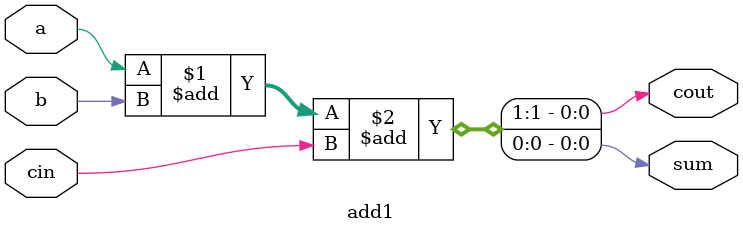
<source format=v>

`default_nettype none

module top_module (
    input   [31:0]  a,
    input   [31:0]  b,
    output  [31:0]  sum
);

    wire cout_lo;
    add16 add16_i0 (
        .a      ( a[15:0]   ),
        .b      ( b[15:0]   ),
        .cin    ( 1'b0      ),
        .sum    ( sum[15:0] ),
        .cout   ( cout_lo   )
    );

    wire unused_cout_hi;
    add16 add16_i1 (
        .a      ( a[31:16]          ),
        .b      ( b[31:16]          ),
        .cin    ( cout_lo           ),
        .sum    ( sum[31:16]        ),
        .cout   ( unused_cout_hi    )
    );

endmodule

//
// Usually one module in a file is recommended.
//
module add1 (
    input   a,
    input   b,
    input   cin,
    output  sum,
    output  cout
);

    assign {cout, sum} = a + b + cin;

endmodule
</source>
